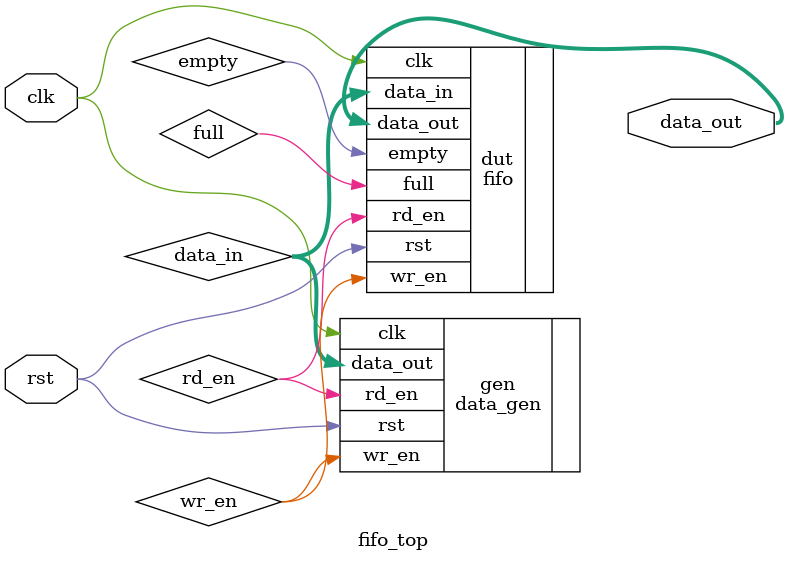
<source format=sv>
module fifo_top #(parameter DEPTH = 63, WIDTH = 8)(
    input                    clk,
    input                    rst,
    output logic [WIDTH-1:0] data_out
    );

    logic [WIDTH-1:0] data_in;
    logic             rd_en;
    logic             wr_en;
    logic             full;
    logic             empty;

    data_gen #(
        .WIDTH(8),
        .DEPTH(63)
        ) gen(                              // Instantiates of modules
        .clk(clk),
        .rst(rst),
        .wr_en(wr_en),
        .rd_en(rd_en),
        .data_out(data_in)
        );
      
    fifo #(
        .WIDTH(8),
        .DEPTH(63)
        ) dut(                              //instantiate the module fpga
        .clk(clk),
        .rst(rst),
        .rd_en(rd_en),
        .wr_en(wr_en),
        .data_in(data_in),
        .full(full),
        .empty(empty),
        .data_out(data_out)
        );
        
endmodule
</source>
